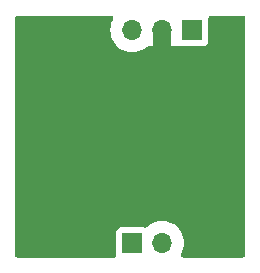
<source format=gbr>
%TF.GenerationSoftware,KiCad,Pcbnew,7.0.10*%
%TF.CreationDate,2024-02-11T10:34:46+07:00*%
%TF.ProjectId,HV-BOARD,48562d42-4f41-4524-942e-6b696361645f,rev?*%
%TF.SameCoordinates,PX86b4dd0PY68e7780*%
%TF.FileFunction,Copper,L2,Bot*%
%TF.FilePolarity,Positive*%
%FSLAX46Y46*%
G04 Gerber Fmt 4.6, Leading zero omitted, Abs format (unit mm)*
G04 Created by KiCad (PCBNEW 7.0.10) date 2024-02-11 10:34:46*
%MOMM*%
%LPD*%
G01*
G04 APERTURE LIST*
%TA.AperFunction,ComponentPad*%
%ADD10R,1.700000X1.700000*%
%TD*%
%TA.AperFunction,ComponentPad*%
%ADD11O,1.700000X1.700000*%
%TD*%
%TA.AperFunction,ViaPad*%
%ADD12C,0.800000*%
%TD*%
%TA.AperFunction,Conductor*%
%ADD13C,0.500000*%
%TD*%
%TA.AperFunction,Conductor*%
%ADD14C,1.500000*%
%TD*%
G04 APERTURE END LIST*
D10*
%TO.P,J5,1,Pin_1*%
%TO.N,OE*%
X15500000Y20000000D03*
D11*
%TO.P,J5,2,Pin_2*%
%TO.N,GND*%
X12960000Y20000000D03*
%TO.P,J5,3,Pin_3*%
%TO.N,-HV*%
X10420000Y20000000D03*
%TD*%
%TO.P,J7,2,Pin_2*%
%TO.N,+HV*%
X12960000Y2000000D03*
D10*
%TO.P,J7,1,Pin_1*%
%TO.N,+5V*%
X10420000Y2000000D03*
%TD*%
D12*
%TO.N,GND*%
X17250000Y20750000D03*
X5250000Y17500000D03*
X12750000Y8000000D03*
X5500000Y8000000D03*
X12750000Y10500000D03*
X8750000Y10500000D03*
X5500000Y10500000D03*
X1000000Y4750000D03*
X1000000Y16500000D03*
X12000000Y13500000D03*
X7500000Y13500000D03*
X4250000Y13500000D03*
X19500000Y8000000D03*
X19500000Y12250000D03*
X19500000Y16750000D03*
X16500000Y10500000D03*
X16500000Y7500000D03*
X16500000Y14000000D03*
X19500000Y4250000D03*
X1000000Y1250000D03*
X19500000Y20750000D03*
X1000000Y20750000D03*
X11750000Y16000000D03*
X2250000Y16500000D03*
X2000000Y19750000D03*
%TD*%
D13*
%TO.N,GND*%
X12960000Y18060000D02*
X12950000Y18050000D01*
D14*
X12960000Y20000000D02*
X12960000Y18060000D01*
%TD*%
%TA.AperFunction,Conductor*%
%TO.N,GND*%
G36*
X8669771Y21231046D02*
G01*
X8750553Y21177070D01*
X8804529Y21096288D01*
X8823483Y21001000D01*
X8804529Y20905712D01*
X8793029Y20881677D01*
X8732426Y20770689D01*
X8639923Y20522678D01*
X8583657Y20264026D01*
X8564773Y20000000D01*
X8583657Y19735974D01*
X8639923Y19477322D01*
X8705753Y19300823D01*
X8732425Y19229313D01*
X8732427Y19229309D01*
X8834422Y19042519D01*
X8859284Y18996989D01*
X9017913Y18785085D01*
X9205085Y18597913D01*
X9416989Y18439284D01*
X9649311Y18312426D01*
X9897322Y18219923D01*
X10155974Y18163657D01*
X10420000Y18144773D01*
X10684026Y18163657D01*
X10942678Y18219923D01*
X11190689Y18312426D01*
X11423011Y18439284D01*
X11634915Y18597913D01*
X11634919Y18597918D01*
X11638149Y18600335D01*
X11725789Y18642265D01*
X11787369Y18650000D01*
X12709999Y18650000D01*
X13210001Y18650000D01*
X14586130Y18650000D01*
X14599458Y18649643D01*
X14602110Y18649502D01*
X14602127Y18649500D01*
X16397872Y18649501D01*
X16457483Y18655909D01*
X16592331Y18706204D01*
X16707546Y18792454D01*
X16793796Y18907669D01*
X16844091Y19042517D01*
X16850500Y19102127D01*
X16850499Y20897872D01*
X16844091Y20957483D01*
X16844090Y20957484D01*
X16842426Y20972972D01*
X16846285Y20973387D01*
X16843861Y21040766D01*
X16877789Y21131804D01*
X16943974Y21202928D01*
X17032339Y21243311D01*
X17089665Y21250000D01*
X19751000Y21250000D01*
X19846288Y21231046D01*
X19927070Y21177070D01*
X19981046Y21096288D01*
X20000000Y21001000D01*
X20000000Y999000D01*
X19981046Y903712D01*
X19927070Y822930D01*
X19846288Y768954D01*
X19751000Y750000D01*
X14805517Y750000D01*
X14710229Y768954D01*
X14629447Y822930D01*
X14575471Y903712D01*
X14556517Y999000D01*
X14575471Y1094288D01*
X14586970Y1118324D01*
X14647574Y1229311D01*
X14740077Y1477322D01*
X14796343Y1735974D01*
X14815227Y2000000D01*
X14796343Y2264026D01*
X14740077Y2522678D01*
X14647574Y2770689D01*
X14520716Y3003011D01*
X14362087Y3214915D01*
X14174915Y3402087D01*
X13963011Y3560716D01*
X13730689Y3687574D01*
X13730687Y3687575D01*
X13659177Y3714247D01*
X13482678Y3780077D01*
X13280293Y3824103D01*
X13224027Y3836343D01*
X12960000Y3855227D01*
X12695972Y3836343D01*
X12583440Y3811863D01*
X12437322Y3780077D01*
X12365810Y3753405D01*
X12189312Y3687575D01*
X12189308Y3687573D01*
X11956995Y3560720D01*
X11956988Y3560716D01*
X11745090Y3402092D01*
X11745086Y3402088D01*
X11716130Y3373133D01*
X11635347Y3319159D01*
X11540058Y3300208D01*
X11453051Y3315907D01*
X11377484Y3344091D01*
X11377485Y3344091D01*
X11317873Y3350500D01*
X9522134Y3350500D01*
X9522130Y3350500D01*
X9522128Y3350499D01*
X9509314Y3349122D01*
X9462519Y3344092D01*
X9462515Y3344091D01*
X9327670Y3293797D01*
X9212455Y3207547D01*
X9212453Y3207545D01*
X9126204Y3092331D01*
X9075908Y2957482D01*
X9069500Y2897877D01*
X9069500Y1102135D01*
X9069501Y1102131D01*
X9077574Y1027028D01*
X9073714Y1026614D01*
X9076139Y959234D01*
X9042211Y868196D01*
X8976026Y797072D01*
X8887661Y756689D01*
X8830335Y750000D01*
X749000Y750000D01*
X653712Y768954D01*
X572930Y822930D01*
X518954Y903712D01*
X500000Y999000D01*
X500000Y21001000D01*
X518954Y21096288D01*
X572930Y21177070D01*
X653712Y21231046D01*
X749000Y21250000D01*
X8574483Y21250000D01*
X8669771Y21231046D01*
G37*
%TD.AperFunction*%
%TA.AperFunction,Conductor*%
G36*
X13210000Y18842000D02*
G01*
X12710000Y18908667D01*
X12710000Y19564499D01*
X12817685Y19515320D01*
X12924237Y19500000D01*
X12995763Y19500000D01*
X13102315Y19515320D01*
X13210000Y19564499D01*
X13210000Y18842000D01*
G37*
%TD.AperFunction*%
%TD*%
M02*

</source>
